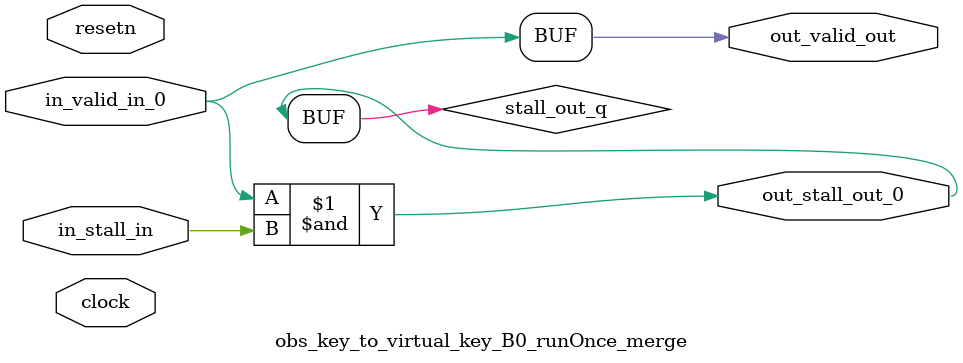
<source format=sv>



(* altera_attribute = "-name AUTO_SHIFT_REGISTER_RECOGNITION OFF; -name MESSAGE_DISABLE 10036; -name MESSAGE_DISABLE 10037; -name MESSAGE_DISABLE 14130; -name MESSAGE_DISABLE 14320; -name MESSAGE_DISABLE 15400; -name MESSAGE_DISABLE 14130; -name MESSAGE_DISABLE 10036; -name MESSAGE_DISABLE 12020; -name MESSAGE_DISABLE 12030; -name MESSAGE_DISABLE 12010; -name MESSAGE_DISABLE 12110; -name MESSAGE_DISABLE 14320; -name MESSAGE_DISABLE 13410; -name MESSAGE_DISABLE 113007; -name MESSAGE_DISABLE 10958" *)
module obs_key_to_virtual_key_B0_runOnce_merge (
    input wire [0:0] in_stall_in,
    input wire [0:0] in_valid_in_0,
    output wire [0:0] out_stall_out_0,
    output wire [0:0] out_valid_out,
    input wire clock,
    input wire resetn
    );

    wire [0:0] stall_out_q;


    // stall_out(LOGICAL,6)
    assign stall_out_q = in_valid_in_0 & in_stall_in;

    // out_stall_out_0(GPOUT,4)
    assign out_stall_out_0 = stall_out_q;

    // out_valid_out(GPOUT,5)
    assign out_valid_out = in_valid_in_0;

endmodule

</source>
